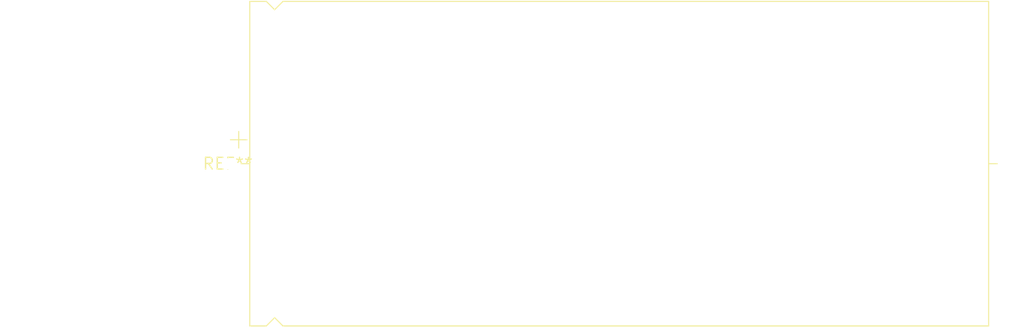
<source format=kicad_pcb>
(kicad_pcb (version 20240108) (generator pcbnew)
  (layers (0 "F.Cu" signal) (31 "B.Cu" signal) (34 "B.Paste" user) (35 "F.Paste" user) (36 "B.SilkS" user "B.Silkscreen") (37 "F.SilkS" user "F.Silkscreen") (38 "B.Mask" user) (39 "F.Mask" user) (44 "Edge.Cuts" user))
  (net 0 "")
  (footprint "CP_Axial_L80.0mm_D35.0mm_P85.00mm_Horizontal" (layer "F.Cu") (at 0 0)
    (property "Reference" "REF**")
    (property "Value" "CP_Axial_L80.0mm_D35.0mm_P85.00mm_Horizontal")
    (fp_line (start 0.28 -2.6) (end 2.08 -2.6) (layer "F.SilkS") (stroke (width 0.12)))
    (fp_line (start 1.18 -3.5) (end 1.18 -1.7) (layer "F.SilkS") (stroke (width 0.12)))
    (fp_line (start 1.44 0) (end 2.38 0) (layer "F.SilkS") (stroke (width 0.12)))
    (fp_line (start 2.38 -17.62) (end 2.38 17.62) (layer "F.SilkS") (stroke (width 0.12)))
    (fp_line (start 2.38 -17.62) (end 4.18 -17.62) (layer "F.SilkS") (stroke (width 0.12)))
    (fp_line (start 2.38 17.62) (end 4.18 17.62) (layer "F.SilkS") (stroke (width 0.12)))
    (fp_line (start 4.18 -17.62) (end 5.08 -16.72) (layer "F.SilkS") (stroke (width 0.12)))
    (fp_line (start 4.18 17.62) (end 5.08 16.72) (layer "F.SilkS") (stroke (width 0.12)))
    (fp_line (start 5.08 -16.72) (end 5.98 -17.62) (layer "F.SilkS") (stroke (width 0.12)))
    (fp_line (start 5.08 16.72) (end 5.98 17.62) (layer "F.SilkS") (stroke (width 0.12)))
    (fp_line (start 5.98 -17.62) (end 82.62 -17.62) (layer "F.SilkS") (stroke (width 0.12)))
    (fp_line (start 5.98 17.62) (end 82.62 17.62) (layer "F.SilkS") (stroke (width 0.12)))
    (fp_line (start 82.62 -17.62) (end 82.62 17.62) (layer "F.SilkS") (stroke (width 0.12)))
    (fp_line (start 83.56 0) (end 82.62 0) (layer "F.SilkS") (stroke (width 0.12)))
    (pad "1" thru_hole rect (at 0 0) (size 2.4 2.4) (drill 1.2) (layers *.Cu *.Mask) (remove_unused_layers))
    (pad "2" thru_hole oval (at 85 0) (size 2.4 2.4) (drill 1.2) (layers *.Cu *.Mask) (remove_unused_layers))
  )
)
</source>
